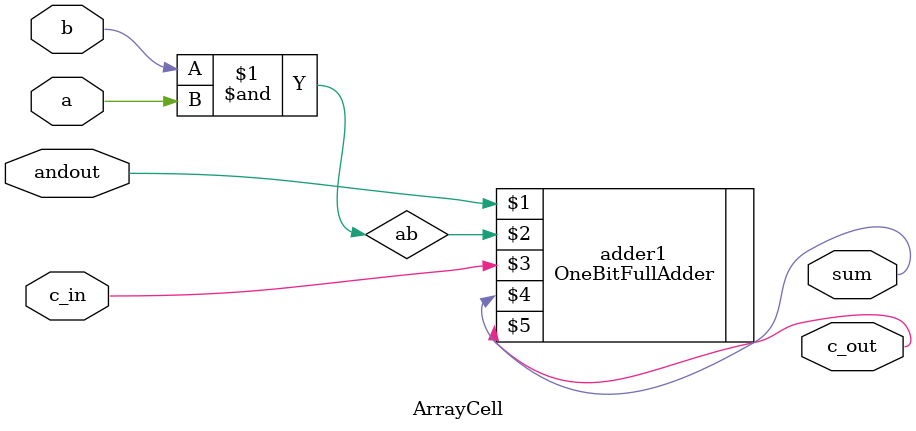
<source format=v>
/* ArrayCell.v
* -------------------
* By: Ahmed Adamjee
* Date: 16th February 2019
*
* Module Description:
* -------------------
* A Array Cell to aid the Multiplication in the latter Hierarchy.
*
* Inputs:
* andout
* a
* b
* c_in - Carry In
*
* Outputs:
* sum - The sum of two input values and carry in
* c_out - Carry out
*
*/

module ArrayCell(

  input andout,
  input a,
  input b,
  input c_in,
  output sum,
  output c_out

);

  
  and(ab, b, a);
  
  OneBitFullAdder adder1(
  andout,
  ab,
  c_in,
  sum,
  c_out
  
  );
 

  
endmodule
</source>
